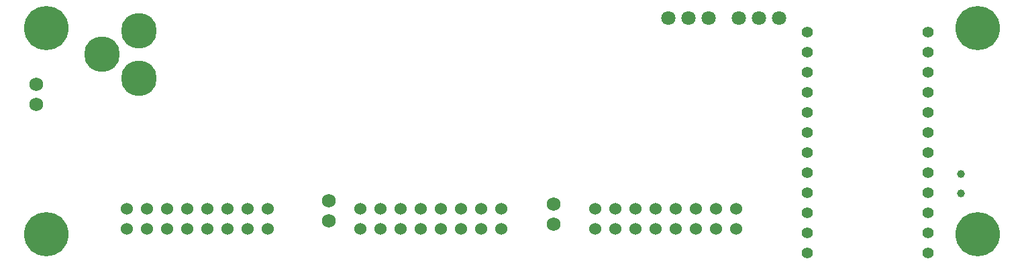
<source format=gbr>
%TF.GenerationSoftware,KiCad,Pcbnew,(6.0.7-1)-1*%
%TF.CreationDate,2022-09-02T18:16:08-04:00*%
%TF.ProjectId,power_mini_evolver,706f7765-725f-46d6-996e-695f65766f6c,rev?*%
%TF.SameCoordinates,Original*%
%TF.FileFunction,Soldermask,Bot*%
%TF.FilePolarity,Negative*%
%FSLAX46Y46*%
G04 Gerber Fmt 4.6, Leading zero omitted, Abs format (unit mm)*
G04 Created by KiCad (PCBNEW (6.0.7-1)-1) date 2022-09-02 18:16:08*
%MOMM*%
%LPD*%
G01*
G04 APERTURE LIST*
%ADD10C,1.800000*%
%ADD11C,1.397000*%
%ADD12C,1.000000*%
%ADD13C,4.500000*%
%ADD14C,1.750000*%
%ADD15C,1.524000*%
%ADD16C,5.600000*%
G04 APERTURE END LIST*
D10*
%TO.C,JP2*%
X167386000Y-81280000D03*
X169926000Y-81280000D03*
X172466000Y-81280000D03*
%TD*%
D11*
%TO.C,P1*%
X200152000Y-83058000D03*
X200152000Y-85598000D03*
X200152000Y-88138000D03*
X200152000Y-90678000D03*
X200152000Y-93218000D03*
X200152000Y-95758000D03*
X200152000Y-98298000D03*
X200152000Y-103378000D03*
X200152000Y-105918000D03*
X200152000Y-108458000D03*
X200152000Y-110998000D03*
X200152000Y-100838000D03*
X184912000Y-100838000D03*
X184912000Y-110998000D03*
X184912000Y-108458000D03*
X184912000Y-105918000D03*
X184912000Y-103378000D03*
X184912000Y-98298000D03*
X184912000Y-95758000D03*
X184912000Y-93218000D03*
X184912000Y-90678000D03*
X184912000Y-88138000D03*
X184912000Y-85598000D03*
X184912000Y-83058000D03*
%TD*%
D12*
%TO.C,C15*%
X204292200Y-100959600D03*
X204292200Y-103459600D03*
%TD*%
D13*
%TO.C,CON1*%
X95884000Y-85852000D03*
X100584000Y-82852000D03*
X100584000Y-88852000D03*
%TD*%
D10*
%TO.C,JP1*%
X176276000Y-81280000D03*
X178816000Y-81280000D03*
X181356000Y-81280000D03*
%TD*%
D14*
%TO.C,P5*%
X124510800Y-104394000D03*
X124510800Y-106934000D03*
%TD*%
%TO.C,P6*%
X152831800Y-104749600D03*
X152831800Y-107289600D03*
%TD*%
D15*
%TO.C,P2*%
X128524000Y-107950000D03*
X128524000Y-105410000D03*
X131064000Y-107950000D03*
X131064000Y-105410000D03*
X133604000Y-107950000D03*
X133604000Y-105410000D03*
X136144000Y-107950000D03*
X136144000Y-105410000D03*
X138684000Y-107950000D03*
X138684000Y-105410000D03*
X141224000Y-107950000D03*
X141224000Y-105410000D03*
X143764000Y-107950000D03*
X143764000Y-105410000D03*
X146304000Y-107950000D03*
X146304000Y-105410000D03*
%TD*%
%TO.C,P3*%
X175895000Y-105410000D03*
X175895000Y-107950000D03*
X173355000Y-105410000D03*
X173355000Y-107950000D03*
X170815000Y-105410000D03*
X170815000Y-107950000D03*
X168275000Y-105410000D03*
X168275000Y-107950000D03*
X165735000Y-105410000D03*
X165735000Y-107950000D03*
X163195000Y-105410000D03*
X163195000Y-107950000D03*
X160655000Y-105410000D03*
X160655000Y-107950000D03*
X158115000Y-105410000D03*
X158115000Y-107950000D03*
%TD*%
%TO.C,P4*%
X99060000Y-107950000D03*
X99060000Y-105410000D03*
X101600000Y-107950000D03*
X101600000Y-105410000D03*
X104140000Y-107950000D03*
X104140000Y-105410000D03*
X106680000Y-107950000D03*
X106680000Y-105410000D03*
X109220000Y-107950000D03*
X109220000Y-105410000D03*
X111760000Y-107950000D03*
X111760000Y-105410000D03*
X114300000Y-107950000D03*
X114300000Y-105410000D03*
X116840000Y-107950000D03*
X116840000Y-105410000D03*
%TD*%
D16*
%TO.C,H1*%
X88900000Y-108585000D03*
%TD*%
%TO.C,H2*%
X88900000Y-82550000D03*
%TD*%
%TO.C,H3*%
X206375000Y-82550000D03*
%TD*%
%TO.C,H4*%
X206375000Y-108585000D03*
%TD*%
D14*
%TO.C,P7*%
X87579200Y-89611200D03*
X87579200Y-92151200D03*
%TD*%
M02*

</source>
